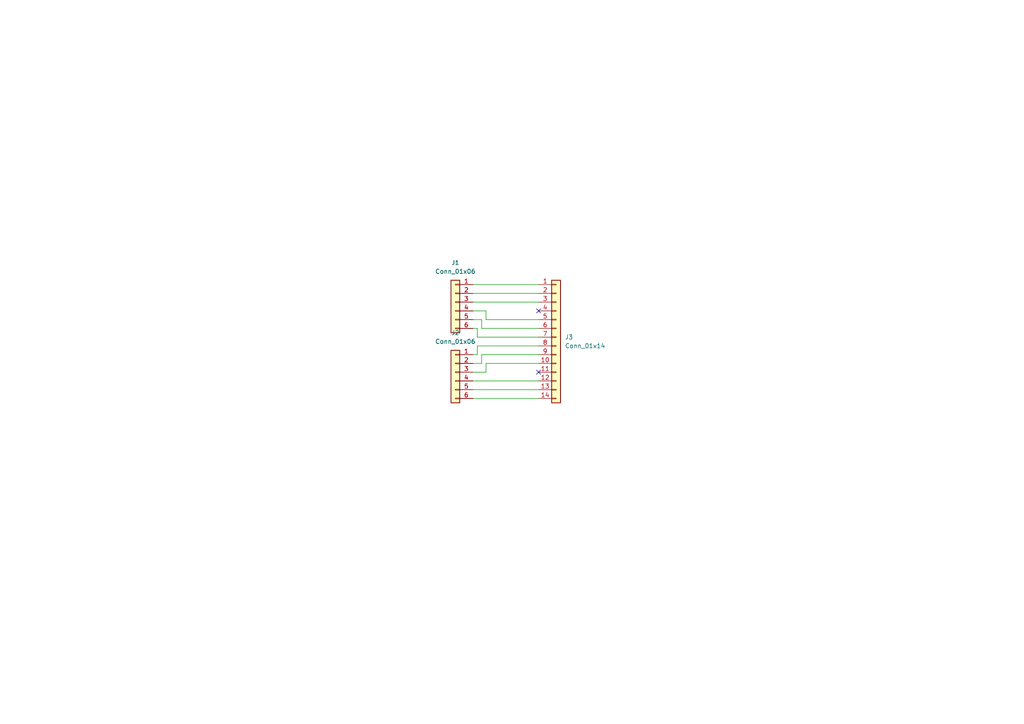
<source format=kicad_sch>
(kicad_sch (version 20231120) (generator "eeschema") (generator_version "8.0")
  (paper "A4")
  (lib_symbols
    (symbol "Connector_Generic:Conn_01x06" (pin_names (offset 1.016) hide)
      (property "Reference" "J" (at 0 7.62 0))
      (property "Value" "Conn_01x06" (at 0 -10.16 0))
      (symbol "Conn_01x06_1_1"
        (rectangle (start -1.27 -7.493) (end 0 -7.747) (stroke (width 0.1524)))
        (rectangle (start -1.27 -4.953) (end 0 -5.207) (stroke (width 0.1524)))
        (rectangle (start -1.27 -2.413) (end 0 -2.667) (stroke (width 0.1524)))
        (rectangle (start -1.27 0.127) (end 0 -0.127) (stroke (width 0.1524)))
        (rectangle (start -1.27 2.667) (end 0 2.413) (stroke (width 0.1524)))
        (rectangle (start -1.27 5.207) (end 0 4.953) (stroke (width 0.1524)))
        (rectangle (start -1.27 6.35) (end 1.27 -8.89) (stroke (width 0.254)) (fill (type background)))
        (pin passive line (at -5.08 5.08 0) (length 3.81) (name "Pin_1") (number "1"))
        (pin passive line (at -5.08 2.54 0) (length 3.81) (name "Pin_2") (number "2"))
        (pin passive line (at -5.08 0 0) (length 3.81) (name "Pin_3") (number "3"))
        (pin passive line (at -5.08 -2.54 0) (length 3.81) (name "Pin_4") (number "4"))
        (pin passive line (at -5.08 -5.08 0) (length 3.81) (name "Pin_5") (number "5"))
        (pin passive line (at -5.08 -7.62 0) (length 3.81) (name "Pin_6") (number "6"))
      )
    )
    (symbol "Connector_Generic:Conn_01x14" (pin_names (offset 1.016) hide)
      (property "Reference" "J" (at 0 17.78 0))
      (property "Value" "Conn_01x14" (at 0 -20.32 0))
      (symbol "Conn_01x14_1_1"
        (rectangle (start -1.27 -17.653) (end 0 -17.907) (stroke (width 0.1524)))
        (rectangle (start -1.27 -15.113) (end 0 -15.367) (stroke (width 0.1524)))
        (rectangle (start -1.27 -12.573) (end 0 -12.827) (stroke (width 0.1524)))
        (rectangle (start -1.27 -10.033) (end 0 -10.287) (stroke (width 0.1524)))
        (rectangle (start -1.27 -7.493) (end 0 -7.747) (stroke (width 0.1524)))
        (rectangle (start -1.27 -4.953) (end 0 -5.207) (stroke (width 0.1524)))
        (rectangle (start -1.27 -2.413) (end 0 -2.667) (stroke (width 0.1524)))
        (rectangle (start -1.27 0.127) (end 0 -0.127) (stroke (width 0.1524)))
        (rectangle (start -1.27 2.667) (end 0 2.413) (stroke (width 0.1524)))
        (rectangle (start -1.27 5.207) (end 0 4.953) (stroke (width 0.1524)))
        (rectangle (start -1.27 7.747) (end 0 7.493) (stroke (width 0.1524)))
        (rectangle (start -1.27 10.287) (end 0 10.033) (stroke (width 0.1524)))
        (rectangle (start -1.27 12.827) (end 0 12.573) (stroke (width 0.1524)))
        (rectangle (start -1.27 15.367) (end 0 15.113) (stroke (width 0.1524)))
        (rectangle (start -1.27 16.51) (end 1.27 -19.05) (stroke (width 0.254)) (fill (type background)))
        (pin passive line (at -5.08 15.24 0) (length 3.81) (name "Pin_1") (number "1"))
        (pin passive line (at -5.08 -7.62 0) (length 3.81) (name "Pin_10") (number "10"))
        (pin passive line (at -5.08 -10.16 0) (length 3.81) (name "Pin_11") (number "11"))
        (pin passive line (at -5.08 -12.7 0) (length 3.81) (name "Pin_12") (number "12"))
        (pin passive line (at -5.08 -15.24 0) (length 3.81) (name "Pin_13") (number "13"))
        (pin passive line (at -5.08 -17.78 0) (length 3.81) (name "Pin_14") (number "14"))
        (pin passive line (at -5.08 12.7 0) (length 3.81) (name "Pin_2") (number "2"))
        (pin passive line (at -5.08 10.16 0) (length 3.81) (name "Pin_3") (number "3"))
        (pin passive line (at -5.08 7.62 0) (length 3.81) (name "Pin_4") (number "4"))
        (pin passive line (at -5.08 5.08 0) (length 3.81) (name "Pin_5") (number "5"))
        (pin passive line (at -5.08 2.54 0) (length 3.81) (name "Pin_6") (number "6"))
        (pin passive line (at -5.08 0 0) (length 3.81) (name "Pin_7") (number "7"))
        (pin passive line (at -5.08 -2.54 0) (length 3.81) (name "Pin_8") (number "8"))
        (pin passive line (at -5.08 -5.08 0) (length 3.81) (name "Pin_9") (number "9"))
      )
    )
  )
  (no_connect (at 156.21 107.95))
  (no_connect (at 156.21 90.17))
  (wire (pts (xy 139.7 105.41) (xy 139.7 102.87)))
  (wire (pts (xy 138.43 95.25) (xy 138.43 97.79)))
  (wire (pts (xy 137.16 90.17) (xy 140.97 90.17)))
  (wire (pts (xy 137.16 115.57) (xy 156.21 115.57)))
  (wire (pts (xy 140.97 92.71) (xy 156.21 92.71)))
  (wire (pts (xy 138.43 100.33) (xy 156.21 100.33)))
  (wire (pts (xy 137.16 107.95) (xy 140.97 107.95)))
  (wire (pts (xy 140.97 107.95) (xy 140.97 105.41)))
  (wire (pts (xy 139.7 95.25) (xy 156.21 95.25)))
  (wire (pts (xy 139.7 102.87) (xy 156.21 102.87)))
  (wire (pts (xy 138.43 97.79) (xy 156.21 97.79)))
  (wire (pts (xy 138.43 102.87) (xy 138.43 100.33)))
  (wire (pts (xy 140.97 90.17) (xy 140.97 92.71)))
  (wire (pts (xy 137.16 110.49) (xy 156.21 110.49)))
  (wire (pts (xy 137.16 95.25) (xy 138.43 95.25)))
  (wire (pts (xy 137.16 113.03) (xy 156.21 113.03)))
  (wire (pts (xy 137.16 82.55) (xy 156.21 82.55)))
  (wire (pts (xy 137.16 92.71) (xy 139.7 92.71)))
  (wire (pts (xy 137.16 102.87) (xy 138.43 102.87)))
  (wire (pts (xy 140.97 105.41) (xy 156.21 105.41)))
  (wire (pts (xy 137.16 85.09) (xy 156.21 85.09)))
  (wire (pts (xy 137.16 87.63) (xy 156.21 87.63)))
  (wire (pts (xy 137.16 105.41) (xy 139.7 105.41)))
  (wire (pts (xy 139.7 92.71) (xy 139.7 95.25)))
  (symbol (lib_id "Connector_Generic:Conn_01x06") (at 132.08 87.63 0) (mirror y) (unit 1)
    (property "Reference" "J1" (at 132.08 76.2 0))
    (property "Value" "Conn_01x06" (at 132.08 78.74 0))
    (property "Footprint" "Connector_PinHeader_2.54mm:PinHeader_1x06_P2.54mm_Vertical" (effects (hide yes)))
    (property "Description" "Generic connector, single row, 01x06, script generated (kicad-library-utils/schlib/autogen/connector/)" (effects (hide yes)))
  )
  (symbol (lib_id "Connector_Generic:Conn_01x14") (at 161.29 97.79 0) (unit 1)
    (property "Reference" "J3" (at 163.83 97.7899 0) (effects (justify left)))
    (property "Value" "Conn_01x14" (at 163.83 100.3299 0) (effects (justify left)))
    (property "Footprint" "Library:IV-8 VFD" (effects (hide yes)))
    (property "Description" "Generic connector, single row, 01x14, script generated (kicad-library-utils/schlib/autogen/connector/)" (effects (hide yes)))
  )
  (symbol (lib_id "Connector_Generic:Conn_01x06") (at 132.08 107.95 0) (mirror y) (unit 1)
    (property "Reference" "J2" (at 132.08 96.52 0))
    (property "Value" "Conn_01x06" (at 132.08 99.06 0))
    (property "Footprint" "Connector_PinHeader_2.54mm:PinHeader_1x06_P2.54mm_Vertical" (effects (hide yes)))
    (property "Description" "Generic connector, single row, 01x06, script generated (kicad-library-utils/schlib/autogen/connector/)" (effects (hide yes)))
  )
)
</source>
